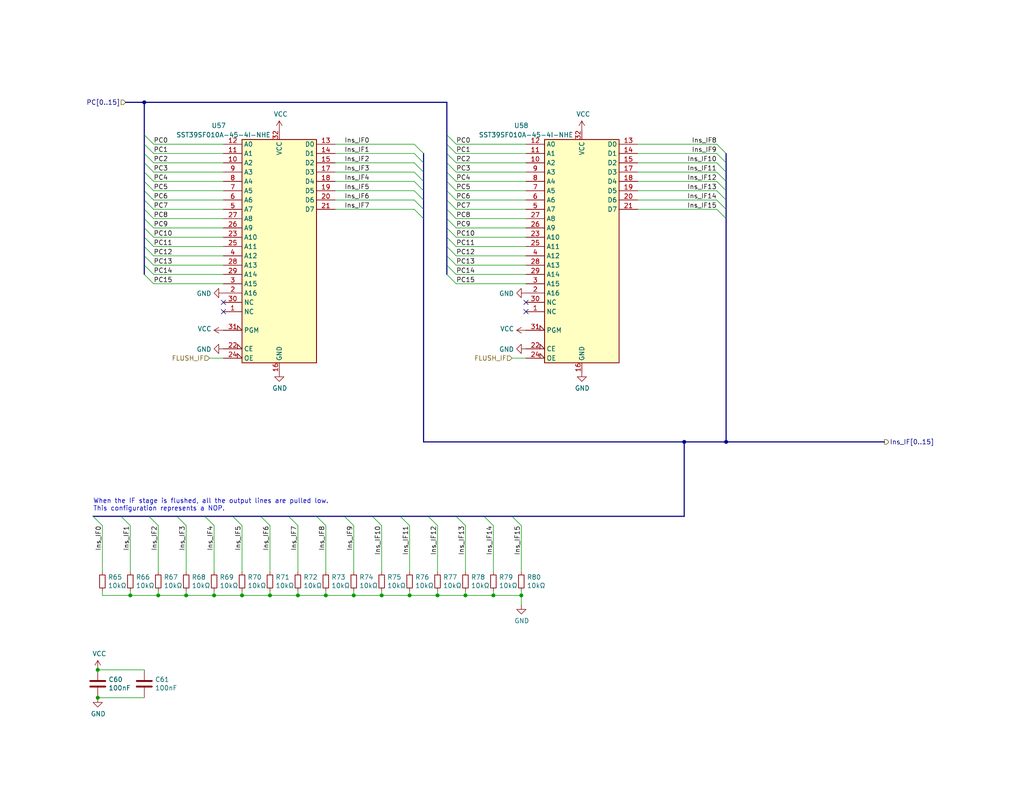
<source format=kicad_sch>
(kicad_sch (version 20211123) (generator eeschema)
  (paper "USLetter")
  (title_block (title "Instruction ROM") (date "2021-06-22") (rev "B (cb021f9a)") (comment 4 "Instructions are stored in a pair of EEPROMs in ZIF sockets."))
  (lib_symbols
    (symbol "Device:C" (pin_numbers hide) (pin_names (offset 0.254))
      (property "Reference" "C" (at 0.635 2.54 0))
      (property "Value" "C" (at 0.635 -2.54 0))
      (symbol "C_0_1"
        (polyline (pts (xy -2.032 -0.762) (xy 2.032 -0.762)) (stroke (width 0.508)))
        (polyline (pts (xy -2.032 0.762) (xy 2.032 0.762)) (stroke (width 0.508)))
      )
      (symbol "C_1_1"
        (pin passive line (at 0 3.81 270) (length 2.794) (name "~") (number "1"))
        (pin passive line (at 0 -3.81 90) (length 2.794) (name "~") (number "2"))
      )
    )
    (symbol "Device:R_Small" (pin_numbers hide) (pin_names (offset 0.254) hide)
      (property "Reference" "R" (at 0.762 0.508 0))
      (property "Value" "R_Small" (at 0.762 -1.016 0))
      (symbol "R_Small_0_1"
        (rectangle (start -0.762 1.778) (end 0.762 -1.778) (stroke (width 0.2032)))
      )
      (symbol "R_Small_1_1"
        (pin passive line (at 0 2.54 270) (length 0.762) (name "~") (number "1"))
        (pin passive line (at 0 -2.54 90) (length 0.762) (name "~") (number "2"))
      )
    )
    (symbol "MainBoard-rescue:SST39SF010-Memory_Flash"
      (property "Reference" "U" (at 0 1.27 0))
      (property "Value" "SST39SF010-Memory_Flash" (at 0 -1.27 0))
      (symbol "SST39SF010-Memory_Flash_0_0"
        (pin power_in line (at 0 -31.75 90) (length 2.54) (name "GND") (number "16"))
        (pin power_in line (at 0 34.29 270) (length 2.54) (name "VCC") (number "32"))
      )
      (symbol "SST39SF010-Memory_Flash_0_1"
        (rectangle (start -10.16 31.75) (end 10.16 -29.21) (stroke (width 0.254)) (fill (type background)))
      )
      (symbol "SST39SF010-Memory_Flash_1_1"
        (pin input line (at -15.24 -15.24 0) (length 5.08) (name "NC") (number "1"))
        (pin input line (at -15.24 25.4 0) (length 5.08) (name "A2") (number "10"))
        (pin input line (at -15.24 27.94 0) (length 5.08) (name "A1") (number "11"))
        (pin input line (at -15.24 30.48 0) (length 5.08) (name "A0") (number "12"))
        (pin tri_state line (at 15.24 30.48 180) (length 5.08) (name "D0") (number "13"))
        (pin tri_state line (at 15.24 27.94 180) (length 5.08) (name "D1") (number "14"))
        (pin tri_state line (at 15.24 25.4 180) (length 5.08) (name "D2") (number "15"))
        (pin tri_state line (at 15.24 22.86 180) (length 5.08) (name "D3") (number "17"))
        (pin tri_state line (at 15.24 20.32 180) (length 5.08) (name "D4") (number "18"))
        (pin tri_state line (at 15.24 17.78 180) (length 5.08) (name "D5") (number "19"))
        (pin input line (at -15.24 -10.16 0) (length 5.08) (name "A16") (number "2"))
        (pin tri_state line (at 15.24 15.24 180) (length 5.08) (name "D6") (number "20"))
        (pin tri_state line (at 15.24 12.7 180) (length 5.08) (name "D7") (number "21"))
        (pin input input_low (at -15.24 -25.4 0) (length 5.08) (name "CE") (number "22"))
        (pin input line (at -15.24 5.08 0) (length 5.08) (name "A10") (number "23"))
        (pin input input_low (at -15.24 -27.94 0) (length 5.08) (name "OE") (number "24"))
        (pin input line (at -15.24 2.54 0) (length 5.08) (name "A11") (number "25"))
        (pin input line (at -15.24 7.62 0) (length 5.08) (name "A9") (number "26"))
        (pin input line (at -15.24 10.16 0) (length 5.08) (name "A8") (number "27"))
        (pin input line (at -15.24 -2.54 0) (length 5.08) (name "A13") (number "28"))
        (pin input line (at -15.24 -5.08 0) (length 5.08) (name "A14") (number "29"))
        (pin input line (at -15.24 -7.62 0) (length 5.08) (name "A15") (number "3"))
        (pin input line (at -15.24 -12.7 0) (length 5.08) (name "NC") (number "30"))
        (pin input input_low (at -15.24 -20.32 0) (length 5.08) (name "PGM") (number "31"))
        (pin input line (at -15.24 0 0) (length 5.08) (name "A12") (number "4"))
        (pin input line (at -15.24 12.7 0) (length 5.08) (name "A7") (number "5"))
        (pin input line (at -15.24 15.24 0) (length 5.08) (name "A6") (number "6"))
        (pin input line (at -15.24 17.78 0) (length 5.08) (name "A5") (number "7"))
        (pin input line (at -15.24 20.32 0) (length 5.08) (name "A4") (number "8"))
        (pin input line (at -15.24 22.86 0) (length 5.08) (name "A3") (number "9"))
      )
    )
    (symbol "power:GND" (power) (pin_names (offset 0))
      (property "Value" "GND" (at 0 -3.81 0))
      (symbol "GND_0_1"
        (polyline (pts (xy 0 0) (xy 0 -1.27) (xy 1.27 -1.27) (xy 0 -2.54) (xy -1.27 -1.27) (xy 0 -1.27)))
      )
      (symbol "GND_1_1"
        (pin power_in line (at 0 0 270) (length 0) hide (name "GND") (number "1"))
      )
    )
    (symbol "power:VCC" (power) (pin_names (offset 0))
      (property "Value" "VCC" (at 0 3.81 0))
      (symbol "VCC_0_1"
        (polyline (pts (xy -0.762 1.27) (xy 0 2.54)))
        (polyline (pts (xy 0 0) (xy 0 2.54)))
        (polyline (pts (xy 0 2.54) (xy 0.762 1.27)))
      )
      (symbol "VCC_1_1"
        (pin power_in line (at 0 0 90) (length 0) hide (name "VCC") (number "1"))
      )
    )
  )
  (junction (at 73.66 162.56))
  (junction (at 81.28 162.56))
  (junction (at 26.67 190.5))
  (junction (at 127 162.56))
  (junction (at 50.8 162.56))
  (junction (at 119.38 162.56))
  (junction (at 134.62 162.56))
  (junction (at 66.04 162.56))
  (junction (at 186.69 120.65))
  (junction (at 35.56 162.56))
  (junction (at 58.42 162.56))
  (junction (at 88.9 162.56))
  (junction (at 39.37 27.94))
  (junction (at 104.14 162.56))
  (junction (at 198.12 120.65))
  (junction (at 96.52 162.56))
  (junction (at 111.76 162.56))
  (junction (at 43.18 162.56))
  (junction (at 26.67 182.88))
  (junction (at 142.24 162.56))
  (no_connect (at 143.51 82.55))
  (no_connect (at 143.51 85.09))
  (no_connect (at 60.96 85.09))
  (no_connect (at 60.96 82.55))
  (bus_entry (at 73.66 143.51) (size -2.54 -2.54))
  (bus_entry (at 124.46 74.93) (size -2.54 -2.54))
  (bus_entry (at 198.12 57.15) (size -2.54 -2.54))
  (bus_entry (at 41.91 41.91) (size -2.54 -2.54))
  (bus_entry (at 35.56 143.51) (size -2.54 -2.54))
  (bus_entry (at 119.38 143.51) (size -2.54 -2.54))
  (bus_entry (at 41.91 54.61) (size -2.54 -2.54))
  (bus_entry (at 198.12 46.99) (size -2.54 -2.54))
  (bus_entry (at 41.91 44.45) (size -2.54 -2.54))
  (bus_entry (at 113.03 44.45) (size 2.54 2.54))
  (bus_entry (at 50.8 143.51) (size -2.54 -2.54))
  (bus_entry (at 198.12 44.45) (size -2.54 -2.54))
  (bus_entry (at 124.46 39.37) (size -2.54 -2.54))
  (bus_entry (at 41.91 67.31) (size -2.54 -2.54))
  (bus_entry (at 41.91 39.37) (size -2.54 -2.54))
  (bus_entry (at 41.91 64.77) (size -2.54 -2.54))
  (bus_entry (at 41.91 62.23) (size -2.54 -2.54))
  (bus_entry (at 113.03 57.15) (size 2.54 2.54))
  (bus_entry (at 27.94 143.51) (size -2.54 -2.54))
  (bus_entry (at 124.46 46.99) (size -2.54 -2.54))
  (bus_entry (at 41.91 77.47) (size -2.54 -2.54))
  (bus_entry (at 127 143.51) (size -2.54 -2.54))
  (bus_entry (at 134.62 143.51) (size -2.54 -2.54))
  (bus_entry (at 198.12 52.07) (size -2.54 -2.54))
  (bus_entry (at 43.18 143.51) (size -2.54 -2.54))
  (bus_entry (at 113.03 52.07) (size 2.54 2.54))
  (bus_entry (at 124.46 57.15) (size -2.54 -2.54))
  (bus_entry (at 113.03 41.91) (size 2.54 2.54))
  (bus_entry (at 41.91 52.07) (size -2.54 -2.54))
  (bus_entry (at 41.91 69.85) (size -2.54 -2.54))
  (bus_entry (at 124.46 69.85) (size -2.54 -2.54))
  (bus_entry (at 88.9 143.51) (size -2.54 -2.54))
  (bus_entry (at 41.91 57.15) (size -2.54 -2.54))
  (bus_entry (at 124.46 52.07) (size -2.54 -2.54))
  (bus_entry (at 41.91 59.69) (size -2.54 -2.54))
  (bus_entry (at 124.46 62.23) (size -2.54 -2.54))
  (bus_entry (at 113.03 49.53) (size 2.54 2.54))
  (bus_entry (at 111.76 143.51) (size -2.54 -2.54))
  (bus_entry (at 198.12 49.53) (size -2.54 -2.54))
  (bus_entry (at 124.46 77.47) (size -2.54 -2.54))
  (bus_entry (at 41.91 74.93) (size -2.54 -2.54))
  (bus_entry (at 198.12 41.91) (size -2.54 -2.54))
  (bus_entry (at 198.12 59.69) (size -2.54 -2.54))
  (bus_entry (at 66.04 143.51) (size -2.54 -2.54))
  (bus_entry (at 113.03 39.37) (size 2.54 2.54))
  (bus_entry (at 58.42 143.51) (size -2.54 -2.54))
  (bus_entry (at 41.91 72.39) (size -2.54 -2.54))
  (bus_entry (at 96.52 143.51) (size -2.54 -2.54))
  (bus_entry (at 113.03 46.99) (size 2.54 2.54))
  (bus_entry (at 124.46 41.91) (size -2.54 -2.54))
  (bus_entry (at 124.46 72.39) (size -2.54 -2.54))
  (bus_entry (at 198.12 54.61) (size -2.54 -2.54))
  (bus_entry (at 124.46 54.61) (size -2.54 -2.54))
  (bus_entry (at 104.14 143.51) (size -2.54 -2.54))
  (bus_entry (at 124.46 44.45) (size -2.54 -2.54))
  (bus_entry (at 81.28 143.51) (size -2.54 -2.54))
  (bus_entry (at 124.46 67.31) (size -2.54 -2.54))
  (bus_entry (at 124.46 59.69) (size -2.54 -2.54))
  (bus_entry (at 41.91 49.53) (size -2.54 -2.54))
  (bus_entry (at 41.91 46.99) (size -2.54 -2.54))
  (bus_entry (at 124.46 49.53) (size -2.54 -2.54))
  (bus_entry (at 124.46 64.77) (size -2.54 -2.54))
  (bus_entry (at 113.03 54.61) (size 2.54 2.54))
  (bus_entry (at 142.24 143.51) (size -2.54 -2.54))
  (wire (pts (xy 104.14 162.56) (xy 104.14 161.29)))
  (wire (pts (xy 142.24 162.56) (xy 142.24 161.29)))
  (bus (pts (xy 40.64 140.97) (xy 48.26 140.97)))
  (wire (pts (xy 58.42 162.56) (xy 50.8 162.56)))
  (wire (pts (xy 113.03 46.99) (xy 91.44 46.99)))
  (wire (pts (xy 143.51 44.45) (xy 124.46 44.45)))
  (bus (pts (xy 39.37 69.85) (xy 39.37 72.39)))
  (wire (pts (xy 50.8 162.56) (xy 50.8 161.29)))
  (wire (pts (xy 60.96 64.77) (xy 41.91 64.77)))
  (wire (pts (xy 195.58 39.37) (xy 173.99 39.37)))
  (wire (pts (xy 27.94 143.51) (xy 27.94 156.21)))
  (bus (pts (xy 93.98 140.97) (xy 101.6 140.97)))
  (bus (pts (xy 116.84 140.97) (xy 124.46 140.97)))
  (wire (pts (xy 81.28 143.51) (xy 81.28 156.21)))
  (wire (pts (xy 195.58 41.91) (xy 173.99 41.91)))
  (wire (pts (xy 119.38 162.56) (xy 119.38 161.29)))
  (bus (pts (xy 198.12 54.61) (xy 198.12 57.15)))
  (wire (pts (xy 113.03 41.91) (xy 91.44 41.91)))
  (wire (pts (xy 35.56 143.51) (xy 35.56 156.21)))
  (wire (pts (xy 66.04 143.51) (xy 66.04 156.21)))
  (wire (pts (xy 143.51 49.53) (xy 124.46 49.53)))
  (wire (pts (xy 60.96 69.85) (xy 41.91 69.85)))
  (wire (pts (xy 127 162.56) (xy 119.38 162.56)))
  (bus (pts (xy 121.92 54.61) (xy 121.92 57.15)))
  (bus (pts (xy 39.37 57.15) (xy 39.37 59.69)))
  (bus (pts (xy 121.92 41.91) (xy 121.92 44.45)))
  (bus (pts (xy 198.12 41.91) (xy 198.12 44.45)))
  (bus (pts (xy 39.37 52.07) (xy 39.37 54.61)))
  (wire (pts (xy 60.96 97.79) (xy 57.15 97.79)))
  (wire (pts (xy 195.58 46.99) (xy 173.99 46.99)))
  (bus (pts (xy 39.37 54.61) (xy 39.37 57.15)))
  (wire (pts (xy 113.03 57.15) (xy 91.44 57.15)))
  (bus (pts (xy 109.22 140.97) (xy 116.84 140.97)))
  (wire (pts (xy 60.96 57.15) (xy 41.91 57.15)))
  (bus (pts (xy 132.08 140.97) (xy 139.7 140.97)))
  (bus (pts (xy 186.69 120.65) (xy 198.12 120.65)))
  (wire (pts (xy 73.66 162.56) (xy 73.66 161.29)))
  (wire (pts (xy 50.8 162.56) (xy 43.18 162.56)))
  (bus (pts (xy 124.46 140.97) (xy 132.08 140.97)))
  (wire (pts (xy 127 162.56) (xy 127 161.29)))
  (bus (pts (xy 39.37 27.94) (xy 121.92 27.94)))
  (wire (pts (xy 81.28 162.56) (xy 73.66 162.56)))
  (bus (pts (xy 198.12 44.45) (xy 198.12 46.99)))
  (bus (pts (xy 121.92 39.37) (xy 121.92 41.91)))
  (wire (pts (xy 111.76 162.56) (xy 111.76 161.29)))
  (bus (pts (xy 39.37 41.91) (xy 39.37 44.45)))
  (wire (pts (xy 66.04 162.56) (xy 66.04 161.29)))
  (bus (pts (xy 39.37 46.99) (xy 39.37 49.53)))
  (bus (pts (xy 39.37 64.77) (xy 39.37 67.31)))
  (wire (pts (xy 143.51 57.15) (xy 124.46 57.15)))
  (bus (pts (xy 198.12 57.15) (xy 198.12 59.69)))
  (bus (pts (xy 71.12 140.97) (xy 78.74 140.97)))
  (wire (pts (xy 134.62 143.51) (xy 134.62 156.21)))
  (wire (pts (xy 60.96 62.23) (xy 41.91 62.23)))
  (bus (pts (xy 121.92 57.15) (xy 121.92 59.69)))
  (bus (pts (xy 39.37 44.45) (xy 39.37 46.99)))
  (bus (pts (xy 25.4 140.97) (xy 33.02 140.97)))
  (bus (pts (xy 39.37 39.37) (xy 39.37 41.91)))
  (wire (pts (xy 60.96 41.91) (xy 41.91 41.91)))
  (bus (pts (xy 115.57 44.45) (xy 115.57 46.99)))
  (wire (pts (xy 88.9 162.56) (xy 81.28 162.56)))
  (bus (pts (xy 33.02 140.97) (xy 40.64 140.97)))
  (wire (pts (xy 113.03 52.07) (xy 91.44 52.07)))
  (bus (pts (xy 115.57 59.69) (xy 115.57 120.65)))
  (bus (pts (xy 115.57 57.15) (xy 115.57 59.69)))
  (wire (pts (xy 143.51 67.31) (xy 124.46 67.31)))
  (wire (pts (xy 143.51 59.69) (xy 124.46 59.69)))
  (bus (pts (xy 48.26 140.97) (xy 55.88 140.97)))
  (wire (pts (xy 60.96 46.99) (xy 41.91 46.99)))
  (wire (pts (xy 35.56 162.56) (xy 27.94 162.56)))
  (wire (pts (xy 134.62 162.56) (xy 134.62 161.29)))
  (wire (pts (xy 119.38 162.56) (xy 111.76 162.56)))
  (wire (pts (xy 134.62 162.56) (xy 127 162.56)))
  (bus (pts (xy 115.57 52.07) (xy 115.57 54.61)))
  (wire (pts (xy 73.66 162.56) (xy 66.04 162.56)))
  (wire (pts (xy 113.03 44.45) (xy 91.44 44.45)))
  (wire (pts (xy 43.18 162.56) (xy 35.56 162.56)))
  (bus (pts (xy 121.92 27.94) (xy 121.92 36.83)))
  (wire (pts (xy 73.66 143.51) (xy 73.66 156.21)))
  (wire (pts (xy 143.51 97.79) (xy 139.7 97.79)))
  (bus (pts (xy 115.57 54.61) (xy 115.57 57.15)))
  (wire (pts (xy 60.96 52.07) (xy 41.91 52.07)))
  (bus (pts (xy 121.92 67.31) (xy 121.92 69.85)))
  (wire (pts (xy 58.42 162.56) (xy 58.42 161.29)))
  (wire (pts (xy 88.9 162.56) (xy 88.9 161.29)))
  (wire (pts (xy 104.14 162.56) (xy 96.52 162.56)))
  (wire (pts (xy 143.51 41.91) (xy 124.46 41.91)))
  (wire (pts (xy 60.96 67.31) (xy 41.91 67.31)))
  (wire (pts (xy 143.51 52.07) (xy 124.46 52.07)))
  (wire (pts (xy 60.96 59.69) (xy 41.91 59.69)))
  (bus (pts (xy 121.92 64.77) (xy 121.92 67.31)))
  (wire (pts (xy 143.51 74.93) (xy 124.46 74.93)))
  (wire (pts (xy 96.52 143.51) (xy 96.52 156.21)))
  (wire (pts (xy 111.76 143.51) (xy 111.76 156.21)))
  (bus (pts (xy 121.92 62.23) (xy 121.92 64.77)))
  (bus (pts (xy 39.37 59.69) (xy 39.37 62.23)))
  (wire (pts (xy 143.51 46.99) (xy 124.46 46.99)))
  (bus (pts (xy 39.37 27.94) (xy 39.37 36.83)))
  (wire (pts (xy 195.58 54.61) (xy 173.99 54.61)))
  (wire (pts (xy 60.96 54.61) (xy 41.91 54.61)))
  (wire (pts (xy 143.51 62.23) (xy 124.46 62.23)))
  (bus (pts (xy 198.12 49.53) (xy 198.12 52.07)))
  (bus (pts (xy 63.5 140.97) (xy 71.12 140.97)))
  (wire (pts (xy 35.56 162.56) (xy 35.56 161.29)))
  (bus (pts (xy 121.92 72.39) (xy 121.92 74.93)))
  (bus (pts (xy 121.92 46.99) (xy 121.92 49.53)))
  (wire (pts (xy 60.96 77.47) (xy 41.91 77.47)))
  (wire (pts (xy 143.51 64.77) (xy 124.46 64.77)))
  (wire (pts (xy 43.18 162.56) (xy 43.18 161.29)))
  (bus (pts (xy 115.57 120.65) (xy 186.69 120.65)))
  (wire (pts (xy 142.24 143.51) (xy 142.24 156.21)))
  (wire (pts (xy 66.04 162.56) (xy 58.42 162.56)))
  (wire (pts (xy 143.51 39.37) (xy 124.46 39.37)))
  (wire (pts (xy 60.96 72.39) (xy 41.91 72.39)))
  (wire (pts (xy 127 143.51) (xy 127 156.21)))
  (bus (pts (xy 121.92 69.85) (xy 121.92 72.39)))
  (bus (pts (xy 86.36 140.97) (xy 93.98 140.97)))
  (bus (pts (xy 121.92 36.83) (xy 121.92 39.37)))
  (bus (pts (xy 121.92 59.69) (xy 121.92 62.23)))
  (wire (pts (xy 113.03 39.37) (xy 91.44 39.37)))
  (bus (pts (xy 55.88 140.97) (xy 63.5 140.97)))
  (wire (pts (xy 58.42 143.51) (xy 58.42 156.21)))
  (wire (pts (xy 26.67 182.88) (xy 39.37 182.88)))
  (wire (pts (xy 60.96 49.53) (xy 41.91 49.53)))
  (wire (pts (xy 142.24 162.56) (xy 134.62 162.56)))
  (bus (pts (xy 121.92 52.07) (xy 121.92 54.61)))
  (wire (pts (xy 96.52 162.56) (xy 96.52 161.29)))
  (wire (pts (xy 111.76 162.56) (xy 104.14 162.56)))
  (bus (pts (xy 39.37 36.83) (xy 39.37 39.37)))
  (bus (pts (xy 198.12 46.99) (xy 198.12 49.53)))
  (bus (pts (xy 39.37 62.23) (xy 39.37 64.77)))
  (bus (pts (xy 121.92 49.53) (xy 121.92 52.07)))
  (wire (pts (xy 195.58 57.15) (xy 173.99 57.15)))
  (wire (pts (xy 195.58 52.07) (xy 173.99 52.07)))
  (bus (pts (xy 115.57 41.91) (xy 115.57 44.45)))
  (wire (pts (xy 88.9 143.51) (xy 88.9 156.21)))
  (bus (pts (xy 78.74 140.97) (xy 86.36 140.97)))
  (wire (pts (xy 113.03 49.53) (xy 91.44 49.53)))
  (wire (pts (xy 39.37 190.5) (xy 26.67 190.5)))
  (wire (pts (xy 50.8 143.51) (xy 50.8 156.21)))
  (bus (pts (xy 39.37 67.31) (xy 39.37 69.85)))
  (wire (pts (xy 60.96 39.37) (xy 41.91 39.37)))
  (bus (pts (xy 198.12 52.07) (xy 198.12 54.61)))
  (wire (pts (xy 143.51 54.61) (xy 124.46 54.61)))
  (wire (pts (xy 96.52 162.56) (xy 88.9 162.56)))
  (bus (pts (xy 198.12 120.65) (xy 241.3 120.65)))
  (wire (pts (xy 143.51 72.39) (xy 124.46 72.39)))
  (wire (pts (xy 142.24 165.1) (xy 142.24 162.56)))
  (bus (pts (xy 39.37 49.53) (xy 39.37 52.07)))
  (wire (pts (xy 60.96 74.93) (xy 41.91 74.93)))
  (bus (pts (xy 115.57 49.53) (xy 115.57 52.07)))
  (bus (pts (xy 101.6 140.97) (xy 109.22 140.97)))
  (wire (pts (xy 60.96 44.45) (xy 41.91 44.45)))
  (wire (pts (xy 43.18 143.51) (xy 43.18 156.21)))
  (wire (pts (xy 195.58 44.45) (xy 173.99 44.45)))
  (wire (pts (xy 195.58 49.53) (xy 173.99 49.53)))
  (bus (pts (xy 186.69 120.65) (xy 186.69 140.97)))
  (bus (pts (xy 198.12 59.69) (xy 198.12 120.65)))
  (bus (pts (xy 34.29 27.94) (xy 39.37 27.94)))
  (bus (pts (xy 121.92 44.45) (xy 121.92 46.99)))
  (bus (pts (xy 139.7 140.97) (xy 186.69 140.97)))
  (wire (pts (xy 104.14 143.51) (xy 104.14 156.21)))
  (wire (pts (xy 119.38 143.51) (xy 119.38 156.21)))
  (wire (pts (xy 143.51 69.85) (xy 124.46 69.85)))
  (wire (pts (xy 113.03 54.61) (xy 91.44 54.61)))
  (wire (pts (xy 143.51 77.47) (xy 124.46 77.47)))
  (bus (pts (xy 115.57 46.99) (xy 115.57 49.53)))
  (bus (pts (xy 39.37 72.39) (xy 39.37 74.93)))
  (wire (pts (xy 81.28 162.56) (xy 81.28 161.29)))
  (wire (pts (xy 27.94 162.56) (xy 27.94 161.29)))
  (text "When the IF stage is flushed, all the output lines are pulled low.\nThis configuration represents a NOP." (at 25.4 139.7 0) (effects (font (size 1.27 1.27)) (justify left bottom)))
  (label "Ins_IF15" (at 195.58 57.15 180))
  (label "Ins_IF15" (at 142.24 143.51 270))
  (label "Ins_IF9" (at 195.58 41.91 180))
  (label "PC4" (at 41.91 49.53 0))
  (label "PC4" (at 124.46 49.53 0))
  (label "PC2" (at 124.46 44.45 0))
  (label "PC15" (at 124.46 77.47 0))
  (label "PC5" (at 124.46 52.07 0))
  (label "Ins_IF10" (at 195.58 44.45 180))
  (label "Ins_IF4" (at 58.42 143.51 270))
  (label "PC6" (at 41.91 54.61 0))
  (label "Ins_IF3" (at 93.98 46.99 0))
  (label "Ins_IF4" (at 93.98 49.53 0))
  (label "Ins_IF14" (at 195.58 54.61 180))
  (label "Ins_IF0" (at 27.94 143.51 270))
  (label "PC9" (at 124.46 62.23 0))
  (label "Ins_IF1" (at 35.56 143.51 270))
  (label "PC8" (at 41.91 59.69 0))
  (label "PC11" (at 124.46 67.31 0))
  (label "PC11" (at 41.91 67.31 0))
  (label "Ins_IF8" (at 195.58 39.37 180))
  (label "Ins_IF0" (at 93.98 39.37 0))
  (label "PC5" (at 41.91 52.07 0))
  (label "Ins_IF14" (at 134.62 143.51 270))
  (label "PC10" (at 124.46 64.77 0))
  (label "Ins_IF3" (at 50.8 143.51 270))
  (label "PC9" (at 41.91 62.23 0))
  (label "PC1" (at 124.46 41.91 0))
  (label "PC14" (at 124.46 74.93 0))
  (label "PC7" (at 124.46 57.15 0))
  (label "Ins_IF12" (at 195.58 49.53 180))
  (label "PC3" (at 124.46 46.99 0))
  (label "Ins_IF2" (at 93.98 44.45 0))
  (label "PC8" (at 124.46 59.69 0))
  (label "PC3" (at 41.91 46.99 0))
  (label "Ins_IF8" (at 88.9 143.51 270))
  (label "PC2" (at 41.91 44.45 0))
  (label "PC7" (at 41.91 57.15 0))
  (label "PC0" (at 124.46 39.37 0))
  (label "PC12" (at 124.46 69.85 0))
  (label "PC13" (at 124.46 72.39 0))
  (label "Ins_IF9" (at 96.52 143.51 270))
  (label "Ins_IF5" (at 66.04 143.51 270))
  (label "Ins_IF6" (at 73.66 143.51 270))
  (label "PC13" (at 41.91 72.39 0))
  (label "Ins_IF11" (at 111.76 143.51 270))
  (label "PC15" (at 41.91 77.47 0))
  (label "Ins_IF6" (at 93.98 54.61 0))
  (label "Ins_IF13" (at 127 143.51 270))
  (label "PC0" (at 41.91 39.37 0))
  (label "Ins_IF7" (at 81.28 143.51 270))
  (label "Ins_IF1" (at 93.98 41.91 0))
  (label "PC12" (at 41.91 69.85 0))
  (label "Ins_IF10" (at 104.14 143.51 270))
  (label "PC1" (at 41.91 41.91 0))
  (label "Ins_IF5" (at 93.98 52.07 0))
  (label "Ins_IF13" (at 195.58 52.07 180))
  (label "Ins_IF11" (at 195.58 46.99 180))
  (label "PC10" (at 41.91 64.77 0))
  (label "PC6" (at 124.46 54.61 0))
  (label "Ins_IF2" (at 43.18 143.51 270))
  (label "PC14" (at 41.91 74.93 0))
  (label "Ins_IF12" (at 119.38 143.51 270))
  (label "Ins_IF7" (at 93.98 57.15 0))
  (hierarchical_label "PC[0..15]" (shape input) (at 34.29 27.94 180))
  (hierarchical_label "FLUSH_IF" (shape input) (at 57.15 97.79 180))
  (hierarchical_label "FLUSH_IF" (shape input) (at 139.7 97.79 180))
  (hierarchical_label "Ins_IF[0..15]" (shape output) (at 241.3 120.65 0))
  (symbol (lib_id "Device:C") (at 26.67 186.69 0) (unit 1)
    (property "Reference" "C60" (at 29.591 185.5216 0) (effects (justify left)))
    (property "Value" "100nF" (at 29.591 187.833 0) (effects (justify left)))
    (property "Footprint" "Capacitor_SMD:C_0603_1608Metric_Pad1.08x0.95mm_HandSolder" (effects hide))
    (property "Mouser" "https://www.mouser.com/ProductDetail/963-EMK107B7104KAHT" (effects hide))
  )
  (symbol (lib_id "Device:C") (at 39.37 186.69 0) (unit 1)
    (property "Reference" "C61" (at 42.291 185.5216 0) (effects (justify left)))
    (property "Value" "100nF" (at 42.291 187.833 0) (effects (justify left)))
    (property "Footprint" "Capacitor_SMD:C_0603_1608Metric_Pad1.08x0.95mm_HandSolder" (effects hide))
    (property "Mouser" "https://www.mouser.com/ProductDetail/963-EMK107B7104KAHT" (effects hide))
  )
  (symbol (lib_id "power:GND") (at 26.67 190.5 0) (unit 1)
    (property "Reference" "#PWR0427" (effects hide))
    (property "Value" "GND" (at 26.797 194.8942 0))
  )
  (symbol (lib_id "power:VCC") (at 26.67 182.88 0) (unit 1)
    (property "Reference" "#PWR0426" (effects hide))
    (property "Value" "VCC" (at 27.1018 178.4858 0))
  )
  (symbol (lib_id "MainBoard-rescue:SST39SF010-Memory_Flash") (at 76.2 69.85 0) (unit 1)
    (property "Reference" "U57" (at 59.69 34.29 0))
    (property "Value" "SST39SF010A-45-4I-NHE" (at 60.96 36.83 0))
    (property "Footprint" "Socket:DIP_Socket-32_W11.9_W12.7_W15.24_W17.78_W18.5_3M_232-1285-00-0602J" (effects hide))
    (property "Datasheet" "http://ww1.microchip.com/downloads/en/DeviceDoc/25022B.pdf" (effects hide))
    (property "Mouser" "https://www.mouser.com/ProductDetail/Microchip-Technology/SST39SF010A-45-4I-NHE?qs=tIuBKjZQlcn4x3o3EE%252B3qw%3D%3D" (effects hide))
    (property "Mouser2" "https://www.mouser.com/ProductDetail/535-32-6554-11" (effects hide))
  )
  (symbol (lib_id "MainBoard-rescue:SST39SF010-Memory_Flash") (at 158.75 69.85 0) (unit 1)
    (property "Reference" "U58" (at 142.24 34.29 0))
    (property "Value" "SST39SF010A-45-4I-NHE" (at 143.51 36.83 0))
    (property "Footprint" "Socket:DIP_Socket-32_W11.9_W12.7_W15.24_W17.78_W18.5_3M_232-1285-00-0602J" (effects hide))
    (property "Datasheet" "http://ww1.microchip.com/downloads/en/DeviceDoc/25022B.pdf" (effects hide))
    (property "Mouser" "https://www.mouser.com/ProductDetail/Microchip-Technology/SST39SF010A-45-4I-NHE?qs=tIuBKjZQlcn4x3o3EE%252B3qw%3D%3D" (effects hide))
    (property "Mouser2" "https://www.mouser.com/ProductDetail/535-32-6554-11" (effects hide))
  )
  (symbol (lib_id "power:GND") (at 158.75 101.6 0) (unit 1)
    (property "Reference" "#PWR0438" (effects hide))
    (property "Value" "GND" (at 158.877 105.9942 0))
  )
  (symbol (lib_id "power:GND") (at 76.2 101.6 0) (unit 1)
    (property "Reference" "#PWR0432" (effects hide))
    (property "Value" "GND" (at 76.327 105.9942 0))
  )
  (symbol (lib_id "power:VCC") (at 143.51 90.17 90) (unit 1)
    (property "Reference" "#PWR0435" (effects hide))
    (property "Value" "VCC" (at 140.2842 89.789 90) (effects (justify left)))
  )
  (symbol (lib_id "power:VCC") (at 60.96 90.17 90) (unit 1)
    (property "Reference" "#PWR0429" (effects hide))
    (property "Value" "VCC" (at 57.7342 89.789 90) (effects (justify left)))
  )
  (symbol (lib_id "power:GND") (at 60.96 95.25 270) (unit 1)
    (property "Reference" "#PWR0430" (effects hide))
    (property "Value" "GND" (at 57.7088 95.377 90) (effects (justify right)))
  )
  (symbol (lib_id "power:GND") (at 143.51 95.25 270) (unit 1)
    (property "Reference" "#PWR0436" (effects hide))
    (property "Value" "GND" (at 140.2588 95.377 90) (effects (justify right)))
  )
  (symbol (lib_id "power:VCC") (at 158.75 35.56 0) (unit 1)
    (property "Reference" "#PWR0437" (effects hide))
    (property "Value" "VCC" (at 159.131 31.1658 0))
  )
  (symbol (lib_id "power:VCC") (at 76.2 35.56 0) (unit 1)
    (property "Reference" "#PWR0431" (effects hide))
    (property "Value" "VCC" (at 76.581 31.1658 0))
  )
  (symbol (lib_id "power:GND") (at 143.51 80.01 270) (unit 1)
    (property "Reference" "#PWR0434" (effects hide))
    (property "Value" "GND" (at 140.2588 80.137 90) (effects (justify right)))
  )
  (symbol (lib_id "power:GND") (at 60.96 80.01 270) (unit 1)
    (property "Reference" "#PWR0428" (effects hide))
    (property "Value" "GND" (at 57.7088 80.137 90) (effects (justify right)))
  )
  (symbol (lib_id "Device:R_Small") (at 66.04 158.75 0) (unit 1)
    (property "Reference" "R70" (at 67.5386 157.5816 0) (effects (justify left)))
    (property "Value" "10kΩ" (at 67.5386 159.893 0) (effects (justify left)))
    (property "Footprint" "Resistor_SMD:R_0603_1608Metric_Pad0.98x0.95mm_HandSolder" (effects hide))
    (property "Mouser" "https://www.mouser.com/ProductDetail/652-CR0603FX-1002ELF" (effects hide))
  )
  (symbol (lib_id "Device:R_Small") (at 73.66 158.75 0) (unit 1)
    (property "Reference" "R71" (at 75.1586 157.5816 0) (effects (justify left)))
    (property "Value" "10kΩ" (at 75.1586 159.893 0) (effects (justify left)))
    (property "Footprint" "Resistor_SMD:R_0603_1608Metric_Pad0.98x0.95mm_HandSolder" (effects hide))
    (property "Mouser" "https://www.mouser.com/ProductDetail/652-CR0603FX-1002ELF" (effects hide))
  )
  (symbol (lib_id "Device:R_Small") (at 81.28 158.75 0) (unit 1)
    (property "Reference" "R72" (at 82.7786 157.5816 0) (effects (justify left)))
    (property "Value" "10kΩ" (at 82.7786 159.893 0) (effects (justify left)))
    (property "Footprint" "Resistor_SMD:R_0603_1608Metric_Pad0.98x0.95mm_HandSolder" (effects hide))
    (property "Mouser" "https://www.mouser.com/ProductDetail/652-CR0603FX-1002ELF" (effects hide))
  )
  (symbol (lib_id "Device:R_Small") (at 88.9 158.75 0) (unit 1)
    (property "Reference" "R73" (at 90.3986 157.5816 0) (effects (justify left)))
    (property "Value" "10kΩ" (at 90.3986 159.893 0) (effects (justify left)))
    (property "Footprint" "Resistor_SMD:R_0603_1608Metric_Pad0.98x0.95mm_HandSolder" (effects hide))
    (property "Mouser" "https://www.mouser.com/ProductDetail/652-CR0603FX-1002ELF" (effects hide))
  )
  (symbol (lib_id "Device:R_Small") (at 96.52 158.75 0) (unit 1)
    (property "Reference" "R74" (at 98.0186 157.5816 0) (effects (justify left)))
    (property "Value" "10kΩ" (at 98.0186 159.893 0) (effects (justify left)))
    (property "Footprint" "Resistor_SMD:R_0603_1608Metric_Pad0.98x0.95mm_HandSolder" (effects hide))
    (property "Mouser" "https://www.mouser.com/ProductDetail/652-CR0603FX-1002ELF" (effects hide))
  )
  (symbol (lib_id "Device:R_Small") (at 104.14 158.75 0) (unit 1)
    (property "Reference" "R75" (at 105.6386 157.5816 0) (effects (justify left)))
    (property "Value" "10kΩ" (at 105.6386 159.893 0) (effects (justify left)))
    (property "Footprint" "Resistor_SMD:R_0603_1608Metric_Pad0.98x0.95mm_HandSolder" (effects hide))
    (property "Mouser" "https://www.mouser.com/ProductDetail/652-CR0603FX-1002ELF" (effects hide))
  )
  (symbol (lib_id "Device:R_Small") (at 111.76 158.75 0) (unit 1)
    (property "Reference" "R76" (at 113.2586 157.5816 0) (effects (justify left)))
    (property "Value" "10kΩ" (at 113.2586 159.893 0) (effects (justify left)))
    (property "Footprint" "Resistor_SMD:R_0603_1608Metric_Pad0.98x0.95mm_HandSolder" (effects hide))
    (property "Mouser" "https://www.mouser.com/ProductDetail/652-CR0603FX-1002ELF" (effects hide))
  )
  (symbol (lib_id "Device:R_Small") (at 119.38 158.75 0) (unit 1)
    (property "Reference" "R77" (at 120.8786 157.5816 0) (effects (justify left)))
    (property "Value" "10kΩ" (at 120.8786 159.893 0) (effects (justify left)))
    (property "Footprint" "Resistor_SMD:R_0603_1608Metric_Pad0.98x0.95mm_HandSolder" (effects hide))
    (property "Mouser" "https://www.mouser.com/ProductDetail/652-CR0603FX-1002ELF" (effects hide))
  )
  (symbol (lib_id "Device:R_Small") (at 127 158.75 0) (unit 1)
    (property "Reference" "R78" (at 128.4986 157.5816 0) (effects (justify left)))
    (property "Value" "10kΩ" (at 128.4986 159.893 0) (effects (justify left)))
    (property "Footprint" "Resistor_SMD:R_0603_1608Metric_Pad0.98x0.95mm_HandSolder" (effects hide))
    (property "Mouser" "https://www.mouser.com/ProductDetail/652-CR0603FX-1002ELF" (effects hide))
  )
  (symbol (lib_id "Device:R_Small") (at 134.62 158.75 0) (unit 1)
    (property "Reference" "R79" (at 136.1186 157.5816 0) (effects (justify left)))
    (property "Value" "10kΩ" (at 136.1186 159.893 0) (effects (justify left)))
    (property "Footprint" "Resistor_SMD:R_0603_1608Metric_Pad0.98x0.95mm_HandSolder" (effects hide))
    (property "Mouser" "https://www.mouser.com/ProductDetail/652-CR0603FX-1002ELF" (effects hide))
  )
  (symbol (lib_id "Device:R_Small") (at 142.24 158.75 0) (unit 1)
    (property "Reference" "R80" (at 143.7386 157.5816 0) (effects (justify left)))
    (property "Value" "10kΩ" (at 143.7386 159.893 0) (effects (justify left)))
    (property "Footprint" "Resistor_SMD:R_0603_1608Metric_Pad0.98x0.95mm_HandSolder" (effects hide))
    (property "Mouser" "https://www.mouser.com/ProductDetail/652-CR0603FX-1002ELF" (effects hide))
  )
  (symbol (lib_id "Device:R_Small") (at 27.94 158.75 0) (unit 1)
    (property "Reference" "R65" (at 29.4386 157.5816 0) (effects (justify left)))
    (property "Value" "10kΩ" (at 29.4386 159.893 0) (effects (justify left)))
    (property "Footprint" "Resistor_SMD:R_0603_1608Metric_Pad0.98x0.95mm_HandSolder" (effects hide))
    (property "Mouser" "https://www.mouser.com/ProductDetail/652-CR0603FX-1002ELF" (effects hide))
  )
  (symbol (lib_id "Device:R_Small") (at 35.56 158.75 0) (unit 1)
    (property "Reference" "R66" (at 37.0586 157.5816 0) (effects (justify left)))
    (property "Value" "10kΩ" (at 37.0586 159.893 0) (effects (justify left)))
    (property "Footprint" "Resistor_SMD:R_0603_1608Metric_Pad0.98x0.95mm_HandSolder" (effects hide))
    (property "Mouser" "https://www.mouser.com/ProductDetail/652-CR0603FX-1002ELF" (effects hide))
  )
  (symbol (lib_id "Device:R_Small") (at 43.18 158.75 0) (unit 1)
    (property "Reference" "R67" (at 44.6786 157.5816 0) (effects (justify left)))
    (property "Value" "10kΩ" (at 44.6786 159.893 0) (effects (justify left)))
    (property "Footprint" "Resistor_SMD:R_0603_1608Metric_Pad0.98x0.95mm_HandSolder" (effects hide))
    (property "Mouser" "https://www.mouser.com/ProductDetail/652-CR0603FX-1002ELF" (effects hide))
  )
  (symbol (lib_id "Device:R_Small") (at 50.8 158.75 0) (unit 1)
    (property "Reference" "R68" (at 52.2986 157.5816 0) (effects (justify left)))
    (property "Value" "10kΩ" (at 52.2986 159.893 0) (effects (justify left)))
    (property "Footprint" "Resistor_SMD:R_0603_1608Metric_Pad0.98x0.95mm_HandSolder" (effects hide))
    (property "Mouser" "https://www.mouser.com/ProductDetail/652-CR0603FX-1002ELF" (effects hide))
  )
  (symbol (lib_id "Device:R_Small") (at 58.42 158.75 0) (unit 1)
    (property "Reference" "R69" (at 59.9186 157.5816 0) (effects (justify left)))
    (property "Value" "10kΩ" (at 59.9186 159.893 0) (effects (justify left)))
    (property "Footprint" "Resistor_SMD:R_0603_1608Metric_Pad0.98x0.95mm_HandSolder" (effects hide))
    (property "Mouser" "https://www.mouser.com/ProductDetail/652-CR0603FX-1002ELF" (effects hide))
  )
  (symbol (lib_id "power:GND") (at 142.24 165.1 0) (unit 1)
    (property "Reference" "#PWR0433" (effects hide))
    (property "Value" "GND" (at 142.367 169.4942 0))
  )
)
</source>
